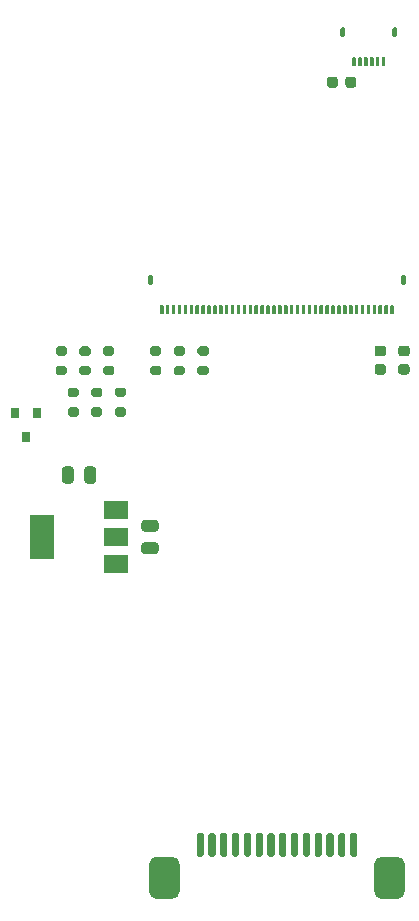
<source format=gbr>
%TF.GenerationSoftware,KiCad,Pcbnew,5.1.10*%
%TF.CreationDate,2021-12-05T17:02:08-05:00*%
%TF.ProjectId,display,64697370-6c61-4792-9e6b-696361645f70,v1.0*%
%TF.SameCoordinates,Original*%
%TF.FileFunction,Paste,Bot*%
%TF.FilePolarity,Positive*%
%FSLAX46Y46*%
G04 Gerber Fmt 4.6, Leading zero omitted, Abs format (unit mm)*
G04 Created by KiCad (PCBNEW 5.1.10) date 2021-12-05 17:02:08*
%MOMM*%
%LPD*%
G01*
G04 APERTURE LIST*
%ADD10R,2.000000X1.500000*%
%ADD11R,2.000000X3.800000*%
%ADD12R,0.800000X0.900000*%
G04 APERTURE END LIST*
%TO.C,C1*%
G36*
G01*
X230500000Y-135600000D02*
X231000000Y-135600000D01*
G75*
G02*
X231225000Y-135825000I0J-225000D01*
G01*
X231225000Y-136275000D01*
G75*
G02*
X231000000Y-136500000I-225000J0D01*
G01*
X230500000Y-136500000D01*
G75*
G02*
X230275000Y-136275000I0J225000D01*
G01*
X230275000Y-135825000D01*
G75*
G02*
X230500000Y-135600000I225000J0D01*
G01*
G37*
G36*
G01*
X230500000Y-134050000D02*
X231000000Y-134050000D01*
G75*
G02*
X231225000Y-134275000I0J-225000D01*
G01*
X231225000Y-134725000D01*
G75*
G02*
X231000000Y-134950000I-225000J0D01*
G01*
X230500000Y-134950000D01*
G75*
G02*
X230275000Y-134725000I0J225000D01*
G01*
X230275000Y-134275000D01*
G75*
G02*
X230500000Y-134050000I225000J0D01*
G01*
G37*
%TD*%
%TO.C,C2*%
G36*
G01*
X228500000Y-135600000D02*
X229000000Y-135600000D01*
G75*
G02*
X229225000Y-135825000I0J-225000D01*
G01*
X229225000Y-136275000D01*
G75*
G02*
X229000000Y-136500000I-225000J0D01*
G01*
X228500000Y-136500000D01*
G75*
G02*
X228275000Y-136275000I0J225000D01*
G01*
X228275000Y-135825000D01*
G75*
G02*
X228500000Y-135600000I225000J0D01*
G01*
G37*
G36*
G01*
X228500000Y-134050000D02*
X229000000Y-134050000D01*
G75*
G02*
X229225000Y-134275000I0J-225000D01*
G01*
X229225000Y-134725000D01*
G75*
G02*
X229000000Y-134950000I-225000J0D01*
G01*
X228500000Y-134950000D01*
G75*
G02*
X228275000Y-134725000I0J225000D01*
G01*
X228275000Y-134275000D01*
G75*
G02*
X228500000Y-134050000I225000J0D01*
G01*
G37*
%TD*%
%TO.C,C3*%
G36*
G01*
X209725000Y-149800000D02*
X208775000Y-149800000D01*
G75*
G02*
X208525000Y-149550000I0J250000D01*
G01*
X208525000Y-149050000D01*
G75*
G02*
X208775000Y-148800000I250000J0D01*
G01*
X209725000Y-148800000D01*
G75*
G02*
X209975000Y-149050000I0J-250000D01*
G01*
X209975000Y-149550000D01*
G75*
G02*
X209725000Y-149800000I-250000J0D01*
G01*
G37*
G36*
G01*
X209725000Y-151700000D02*
X208775000Y-151700000D01*
G75*
G02*
X208525000Y-151450000I0J250000D01*
G01*
X208525000Y-150950000D01*
G75*
G02*
X208775000Y-150700000I250000J0D01*
G01*
X209725000Y-150700000D01*
G75*
G02*
X209975000Y-150950000I0J-250000D01*
G01*
X209975000Y-151450000D01*
G75*
G02*
X209725000Y-151700000I-250000J0D01*
G01*
G37*
%TD*%
%TO.C,C4*%
G36*
G01*
X203700000Y-145475000D02*
X203700000Y-144525000D01*
G75*
G02*
X203950000Y-144275000I250000J0D01*
G01*
X204450000Y-144275000D01*
G75*
G02*
X204700000Y-144525000I0J-250000D01*
G01*
X204700000Y-145475000D01*
G75*
G02*
X204450000Y-145725000I-250000J0D01*
G01*
X203950000Y-145725000D01*
G75*
G02*
X203700000Y-145475000I0J250000D01*
G01*
G37*
G36*
G01*
X201800000Y-145475000D02*
X201800000Y-144525000D01*
G75*
G02*
X202050000Y-144275000I250000J0D01*
G01*
X202550000Y-144275000D01*
G75*
G02*
X202800000Y-144525000I0J-250000D01*
G01*
X202800000Y-145475000D01*
G75*
G02*
X202550000Y-145725000I-250000J0D01*
G01*
X202050000Y-145725000D01*
G75*
G02*
X201800000Y-145475000I0J250000D01*
G01*
G37*
%TD*%
%TO.C,C5*%
G36*
G01*
X225150000Y-111500000D02*
X225150000Y-112000000D01*
G75*
G02*
X224925000Y-112225000I-225000J0D01*
G01*
X224475000Y-112225000D01*
G75*
G02*
X224250000Y-112000000I0J225000D01*
G01*
X224250000Y-111500000D01*
G75*
G02*
X224475000Y-111275000I225000J0D01*
G01*
X224925000Y-111275000D01*
G75*
G02*
X225150000Y-111500000I0J-225000D01*
G01*
G37*
G36*
G01*
X226700000Y-111500000D02*
X226700000Y-112000000D01*
G75*
G02*
X226475000Y-112225000I-225000J0D01*
G01*
X226025000Y-112225000D01*
G75*
G02*
X225800000Y-112000000I0J225000D01*
G01*
X225800000Y-111500000D01*
G75*
G02*
X226025000Y-111275000I225000J0D01*
G01*
X226475000Y-111275000D01*
G75*
G02*
X226700000Y-111500000I0J-225000D01*
G01*
G37*
%TD*%
%TO.C,J1*%
G36*
G01*
X226805000Y-175452500D02*
X226805000Y-177147500D01*
G75*
G02*
X226652500Y-177300000I-152500J0D01*
G01*
X226347500Y-177300000D01*
G75*
G02*
X226195000Y-177147500I0J152500D01*
G01*
X226195000Y-175452500D01*
G75*
G02*
X226347500Y-175300000I152500J0D01*
G01*
X226652500Y-175300000D01*
G75*
G02*
X226805000Y-175452500I0J-152500D01*
G01*
G37*
G36*
G01*
X225805000Y-175452500D02*
X225805000Y-177147500D01*
G75*
G02*
X225652500Y-177300000I-152500J0D01*
G01*
X225347500Y-177300000D01*
G75*
G02*
X225195000Y-177147500I0J152500D01*
G01*
X225195000Y-175452500D01*
G75*
G02*
X225347500Y-175300000I152500J0D01*
G01*
X225652500Y-175300000D01*
G75*
G02*
X225805000Y-175452500I0J-152500D01*
G01*
G37*
G36*
G01*
X224805000Y-175452500D02*
X224805000Y-177147500D01*
G75*
G02*
X224652500Y-177300000I-152500J0D01*
G01*
X224347500Y-177300000D01*
G75*
G02*
X224195000Y-177147500I0J152500D01*
G01*
X224195000Y-175452500D01*
G75*
G02*
X224347500Y-175300000I152500J0D01*
G01*
X224652500Y-175300000D01*
G75*
G02*
X224805000Y-175452500I0J-152500D01*
G01*
G37*
G36*
G01*
X223805000Y-175452500D02*
X223805000Y-177147500D01*
G75*
G02*
X223652500Y-177300000I-152500J0D01*
G01*
X223347500Y-177300000D01*
G75*
G02*
X223195000Y-177147500I0J152500D01*
G01*
X223195000Y-175452500D01*
G75*
G02*
X223347500Y-175300000I152500J0D01*
G01*
X223652500Y-175300000D01*
G75*
G02*
X223805000Y-175452500I0J-152500D01*
G01*
G37*
G36*
G01*
X222805000Y-175452500D02*
X222805000Y-177147500D01*
G75*
G02*
X222652500Y-177300000I-152500J0D01*
G01*
X222347500Y-177300000D01*
G75*
G02*
X222195000Y-177147500I0J152500D01*
G01*
X222195000Y-175452500D01*
G75*
G02*
X222347500Y-175300000I152500J0D01*
G01*
X222652500Y-175300000D01*
G75*
G02*
X222805000Y-175452500I0J-152500D01*
G01*
G37*
G36*
G01*
X221805000Y-175452500D02*
X221805000Y-177147500D01*
G75*
G02*
X221652500Y-177300000I-152500J0D01*
G01*
X221347500Y-177300000D01*
G75*
G02*
X221195000Y-177147500I0J152500D01*
G01*
X221195000Y-175452500D01*
G75*
G02*
X221347500Y-175300000I152500J0D01*
G01*
X221652500Y-175300000D01*
G75*
G02*
X221805000Y-175452500I0J-152500D01*
G01*
G37*
G36*
G01*
X220805000Y-175452500D02*
X220805000Y-177147500D01*
G75*
G02*
X220652500Y-177300000I-152500J0D01*
G01*
X220347500Y-177300000D01*
G75*
G02*
X220195000Y-177147500I0J152500D01*
G01*
X220195000Y-175452500D01*
G75*
G02*
X220347500Y-175300000I152500J0D01*
G01*
X220652500Y-175300000D01*
G75*
G02*
X220805000Y-175452500I0J-152500D01*
G01*
G37*
G36*
G01*
X230830000Y-177950000D02*
X230830000Y-180250000D01*
G75*
G02*
X230180000Y-180900000I-650000J0D01*
G01*
X228880000Y-180900000D01*
G75*
G02*
X228230000Y-180250000I0J650000D01*
G01*
X228230000Y-177950000D01*
G75*
G02*
X228880000Y-177300000I650000J0D01*
G01*
X230180000Y-177300000D01*
G75*
G02*
X230830000Y-177950000I0J-650000D01*
G01*
G37*
G36*
G01*
X219805000Y-175452500D02*
X219805000Y-177147500D01*
G75*
G02*
X219652500Y-177300000I-152500J0D01*
G01*
X219347500Y-177300000D01*
G75*
G02*
X219195000Y-177147500I0J152500D01*
G01*
X219195000Y-175452500D01*
G75*
G02*
X219347500Y-175300000I152500J0D01*
G01*
X219652500Y-175300000D01*
G75*
G02*
X219805000Y-175452500I0J-152500D01*
G01*
G37*
G36*
G01*
X218805000Y-175452500D02*
X218805000Y-177147500D01*
G75*
G02*
X218652500Y-177300000I-152500J0D01*
G01*
X218347500Y-177300000D01*
G75*
G02*
X218195000Y-177147500I0J152500D01*
G01*
X218195000Y-175452500D01*
G75*
G02*
X218347500Y-175300000I152500J0D01*
G01*
X218652500Y-175300000D01*
G75*
G02*
X218805000Y-175452500I0J-152500D01*
G01*
G37*
G36*
G01*
X217805000Y-175452500D02*
X217805000Y-177147500D01*
G75*
G02*
X217652500Y-177300000I-152500J0D01*
G01*
X217347500Y-177300000D01*
G75*
G02*
X217195000Y-177147500I0J152500D01*
G01*
X217195000Y-175452500D01*
G75*
G02*
X217347500Y-175300000I152500J0D01*
G01*
X217652500Y-175300000D01*
G75*
G02*
X217805000Y-175452500I0J-152500D01*
G01*
G37*
G36*
G01*
X216805000Y-175452500D02*
X216805000Y-177147500D01*
G75*
G02*
X216652500Y-177300000I-152500J0D01*
G01*
X216347500Y-177300000D01*
G75*
G02*
X216195000Y-177147500I0J152500D01*
G01*
X216195000Y-175452500D01*
G75*
G02*
X216347500Y-175300000I152500J0D01*
G01*
X216652500Y-175300000D01*
G75*
G02*
X216805000Y-175452500I0J-152500D01*
G01*
G37*
G36*
G01*
X215805000Y-175452500D02*
X215805000Y-177147500D01*
G75*
G02*
X215652500Y-177300000I-152500J0D01*
G01*
X215347500Y-177300000D01*
G75*
G02*
X215195000Y-177147500I0J152500D01*
G01*
X215195000Y-175452500D01*
G75*
G02*
X215347500Y-175300000I152500J0D01*
G01*
X215652500Y-175300000D01*
G75*
G02*
X215805000Y-175452500I0J-152500D01*
G01*
G37*
G36*
G01*
X214805000Y-175452500D02*
X214805000Y-177147500D01*
G75*
G02*
X214652500Y-177300000I-152500J0D01*
G01*
X214347500Y-177300000D01*
G75*
G02*
X214195000Y-177147500I0J152500D01*
G01*
X214195000Y-175452500D01*
G75*
G02*
X214347500Y-175300000I152500J0D01*
G01*
X214652500Y-175300000D01*
G75*
G02*
X214805000Y-175452500I0J-152500D01*
G01*
G37*
G36*
G01*
X213805000Y-175452500D02*
X213805000Y-177147500D01*
G75*
G02*
X213652500Y-177300000I-152500J0D01*
G01*
X213347500Y-177300000D01*
G75*
G02*
X213195000Y-177147500I0J152500D01*
G01*
X213195000Y-175452500D01*
G75*
G02*
X213347500Y-175300000I152500J0D01*
G01*
X213652500Y-175300000D01*
G75*
G02*
X213805000Y-175452500I0J-152500D01*
G01*
G37*
G36*
G01*
X211770000Y-177950000D02*
X211770000Y-180250000D01*
G75*
G02*
X211120000Y-180900000I-650000J0D01*
G01*
X209820000Y-180900000D01*
G75*
G02*
X209170000Y-180250000I0J650000D01*
G01*
X209170000Y-177950000D01*
G75*
G02*
X209820000Y-177300000I650000J0D01*
G01*
X211120000Y-177300000D01*
G75*
G02*
X211770000Y-177950000I0J-650000D01*
G01*
G37*
%TD*%
%TO.C,J2*%
G36*
G01*
X230500000Y-128800000D02*
X230500000Y-128200000D01*
G75*
G02*
X230600000Y-128100000I100000J0D01*
G01*
X230800000Y-128100000D01*
G75*
G02*
X230900000Y-128200000I0J-100000D01*
G01*
X230900000Y-128800000D01*
G75*
G02*
X230800000Y-128900000I-100000J0D01*
G01*
X230600000Y-128900000D01*
G75*
G02*
X230500000Y-128800000I0J100000D01*
G01*
G37*
G36*
G01*
X209100000Y-128800000D02*
X209100000Y-128200000D01*
G75*
G02*
X209200000Y-128100000I100000J0D01*
G01*
X209400000Y-128100000D01*
G75*
G02*
X209500000Y-128200000I0J-100000D01*
G01*
X209500000Y-128800000D01*
G75*
G02*
X209400000Y-128900000I-100000J0D01*
G01*
X209200000Y-128900000D01*
G75*
G02*
X209100000Y-128800000I0J100000D01*
G01*
G37*
G36*
G01*
X229600000Y-131325000D02*
X229600000Y-130675000D01*
G75*
G02*
X229675000Y-130600000I75000J0D01*
G01*
X229825000Y-130600000D01*
G75*
G02*
X229900000Y-130675000I0J-75000D01*
G01*
X229900000Y-131325000D01*
G75*
G02*
X229825000Y-131400000I-75000J0D01*
G01*
X229675000Y-131400000D01*
G75*
G02*
X229600000Y-131325000I0J75000D01*
G01*
G37*
G36*
G01*
X229100000Y-131325000D02*
X229100000Y-130675000D01*
G75*
G02*
X229175000Y-130600000I75000J0D01*
G01*
X229325000Y-130600000D01*
G75*
G02*
X229400000Y-130675000I0J-75000D01*
G01*
X229400000Y-131325000D01*
G75*
G02*
X229325000Y-131400000I-75000J0D01*
G01*
X229175000Y-131400000D01*
G75*
G02*
X229100000Y-131325000I0J75000D01*
G01*
G37*
G36*
G01*
X228600000Y-131325000D02*
X228600000Y-130675000D01*
G75*
G02*
X228675000Y-130600000I75000J0D01*
G01*
X228825000Y-130600000D01*
G75*
G02*
X228900000Y-130675000I0J-75000D01*
G01*
X228900000Y-131325000D01*
G75*
G02*
X228825000Y-131400000I-75000J0D01*
G01*
X228675000Y-131400000D01*
G75*
G02*
X228600000Y-131325000I0J75000D01*
G01*
G37*
G36*
G01*
X228100000Y-131325000D02*
X228100000Y-130675000D01*
G75*
G02*
X228175000Y-130600000I75000J0D01*
G01*
X228325000Y-130600000D01*
G75*
G02*
X228400000Y-130675000I0J-75000D01*
G01*
X228400000Y-131325000D01*
G75*
G02*
X228325000Y-131400000I-75000J0D01*
G01*
X228175000Y-131400000D01*
G75*
G02*
X228100000Y-131325000I0J75000D01*
G01*
G37*
G36*
G01*
X227600000Y-131325000D02*
X227600000Y-130675000D01*
G75*
G02*
X227675000Y-130600000I75000J0D01*
G01*
X227825000Y-130600000D01*
G75*
G02*
X227900000Y-130675000I0J-75000D01*
G01*
X227900000Y-131325000D01*
G75*
G02*
X227825000Y-131400000I-75000J0D01*
G01*
X227675000Y-131400000D01*
G75*
G02*
X227600000Y-131325000I0J75000D01*
G01*
G37*
G36*
G01*
X227100000Y-131325000D02*
X227100000Y-130675000D01*
G75*
G02*
X227175000Y-130600000I75000J0D01*
G01*
X227325000Y-130600000D01*
G75*
G02*
X227400000Y-130675000I0J-75000D01*
G01*
X227400000Y-131325000D01*
G75*
G02*
X227325000Y-131400000I-75000J0D01*
G01*
X227175000Y-131400000D01*
G75*
G02*
X227100000Y-131325000I0J75000D01*
G01*
G37*
G36*
G01*
X226600000Y-131325000D02*
X226600000Y-130675000D01*
G75*
G02*
X226675000Y-130600000I75000J0D01*
G01*
X226825000Y-130600000D01*
G75*
G02*
X226900000Y-130675000I0J-75000D01*
G01*
X226900000Y-131325000D01*
G75*
G02*
X226825000Y-131400000I-75000J0D01*
G01*
X226675000Y-131400000D01*
G75*
G02*
X226600000Y-131325000I0J75000D01*
G01*
G37*
G36*
G01*
X226100000Y-131325000D02*
X226100000Y-130675000D01*
G75*
G02*
X226175000Y-130600000I75000J0D01*
G01*
X226325000Y-130600000D01*
G75*
G02*
X226400000Y-130675000I0J-75000D01*
G01*
X226400000Y-131325000D01*
G75*
G02*
X226325000Y-131400000I-75000J0D01*
G01*
X226175000Y-131400000D01*
G75*
G02*
X226100000Y-131325000I0J75000D01*
G01*
G37*
G36*
G01*
X225600000Y-131325000D02*
X225600000Y-130675000D01*
G75*
G02*
X225675000Y-130600000I75000J0D01*
G01*
X225825000Y-130600000D01*
G75*
G02*
X225900000Y-130675000I0J-75000D01*
G01*
X225900000Y-131325000D01*
G75*
G02*
X225825000Y-131400000I-75000J0D01*
G01*
X225675000Y-131400000D01*
G75*
G02*
X225600000Y-131325000I0J75000D01*
G01*
G37*
G36*
G01*
X225100000Y-131325000D02*
X225100000Y-130675000D01*
G75*
G02*
X225175000Y-130600000I75000J0D01*
G01*
X225325000Y-130600000D01*
G75*
G02*
X225400000Y-130675000I0J-75000D01*
G01*
X225400000Y-131325000D01*
G75*
G02*
X225325000Y-131400000I-75000J0D01*
G01*
X225175000Y-131400000D01*
G75*
G02*
X225100000Y-131325000I0J75000D01*
G01*
G37*
G36*
G01*
X224600000Y-131325000D02*
X224600000Y-130675000D01*
G75*
G02*
X224675000Y-130600000I75000J0D01*
G01*
X224825000Y-130600000D01*
G75*
G02*
X224900000Y-130675000I0J-75000D01*
G01*
X224900000Y-131325000D01*
G75*
G02*
X224825000Y-131400000I-75000J0D01*
G01*
X224675000Y-131400000D01*
G75*
G02*
X224600000Y-131325000I0J75000D01*
G01*
G37*
G36*
G01*
X224100000Y-131325000D02*
X224100000Y-130675000D01*
G75*
G02*
X224175000Y-130600000I75000J0D01*
G01*
X224325000Y-130600000D01*
G75*
G02*
X224400000Y-130675000I0J-75000D01*
G01*
X224400000Y-131325000D01*
G75*
G02*
X224325000Y-131400000I-75000J0D01*
G01*
X224175000Y-131400000D01*
G75*
G02*
X224100000Y-131325000I0J75000D01*
G01*
G37*
G36*
G01*
X223600000Y-131325000D02*
X223600000Y-130675000D01*
G75*
G02*
X223675000Y-130600000I75000J0D01*
G01*
X223825000Y-130600000D01*
G75*
G02*
X223900000Y-130675000I0J-75000D01*
G01*
X223900000Y-131325000D01*
G75*
G02*
X223825000Y-131400000I-75000J0D01*
G01*
X223675000Y-131400000D01*
G75*
G02*
X223600000Y-131325000I0J75000D01*
G01*
G37*
G36*
G01*
X223100000Y-131325000D02*
X223100000Y-130675000D01*
G75*
G02*
X223175000Y-130600000I75000J0D01*
G01*
X223325000Y-130600000D01*
G75*
G02*
X223400000Y-130675000I0J-75000D01*
G01*
X223400000Y-131325000D01*
G75*
G02*
X223325000Y-131400000I-75000J0D01*
G01*
X223175000Y-131400000D01*
G75*
G02*
X223100000Y-131325000I0J75000D01*
G01*
G37*
G36*
G01*
X222600000Y-131325000D02*
X222600000Y-130675000D01*
G75*
G02*
X222675000Y-130600000I75000J0D01*
G01*
X222825000Y-130600000D01*
G75*
G02*
X222900000Y-130675000I0J-75000D01*
G01*
X222900000Y-131325000D01*
G75*
G02*
X222825000Y-131400000I-75000J0D01*
G01*
X222675000Y-131400000D01*
G75*
G02*
X222600000Y-131325000I0J75000D01*
G01*
G37*
G36*
G01*
X222100000Y-131325000D02*
X222100000Y-130675000D01*
G75*
G02*
X222175000Y-130600000I75000J0D01*
G01*
X222325000Y-130600000D01*
G75*
G02*
X222400000Y-130675000I0J-75000D01*
G01*
X222400000Y-131325000D01*
G75*
G02*
X222325000Y-131400000I-75000J0D01*
G01*
X222175000Y-131400000D01*
G75*
G02*
X222100000Y-131325000I0J75000D01*
G01*
G37*
G36*
G01*
X221600000Y-131325000D02*
X221600000Y-130675000D01*
G75*
G02*
X221675000Y-130600000I75000J0D01*
G01*
X221825000Y-130600000D01*
G75*
G02*
X221900000Y-130675000I0J-75000D01*
G01*
X221900000Y-131325000D01*
G75*
G02*
X221825000Y-131400000I-75000J0D01*
G01*
X221675000Y-131400000D01*
G75*
G02*
X221600000Y-131325000I0J75000D01*
G01*
G37*
G36*
G01*
X221100000Y-131325000D02*
X221100000Y-130675000D01*
G75*
G02*
X221175000Y-130600000I75000J0D01*
G01*
X221325000Y-130600000D01*
G75*
G02*
X221400000Y-130675000I0J-75000D01*
G01*
X221400000Y-131325000D01*
G75*
G02*
X221325000Y-131400000I-75000J0D01*
G01*
X221175000Y-131400000D01*
G75*
G02*
X221100000Y-131325000I0J75000D01*
G01*
G37*
G36*
G01*
X220600000Y-131325000D02*
X220600000Y-130675000D01*
G75*
G02*
X220675000Y-130600000I75000J0D01*
G01*
X220825000Y-130600000D01*
G75*
G02*
X220900000Y-130675000I0J-75000D01*
G01*
X220900000Y-131325000D01*
G75*
G02*
X220825000Y-131400000I-75000J0D01*
G01*
X220675000Y-131400000D01*
G75*
G02*
X220600000Y-131325000I0J75000D01*
G01*
G37*
G36*
G01*
X220100000Y-131325000D02*
X220100000Y-130675000D01*
G75*
G02*
X220175000Y-130600000I75000J0D01*
G01*
X220325000Y-130600000D01*
G75*
G02*
X220400000Y-130675000I0J-75000D01*
G01*
X220400000Y-131325000D01*
G75*
G02*
X220325000Y-131400000I-75000J0D01*
G01*
X220175000Y-131400000D01*
G75*
G02*
X220100000Y-131325000I0J75000D01*
G01*
G37*
G36*
G01*
X219600000Y-131325000D02*
X219600000Y-130675000D01*
G75*
G02*
X219675000Y-130600000I75000J0D01*
G01*
X219825000Y-130600000D01*
G75*
G02*
X219900000Y-130675000I0J-75000D01*
G01*
X219900000Y-131325000D01*
G75*
G02*
X219825000Y-131400000I-75000J0D01*
G01*
X219675000Y-131400000D01*
G75*
G02*
X219600000Y-131325000I0J75000D01*
G01*
G37*
G36*
G01*
X219100000Y-131325000D02*
X219100000Y-130675000D01*
G75*
G02*
X219175000Y-130600000I75000J0D01*
G01*
X219325000Y-130600000D01*
G75*
G02*
X219400000Y-130675000I0J-75000D01*
G01*
X219400000Y-131325000D01*
G75*
G02*
X219325000Y-131400000I-75000J0D01*
G01*
X219175000Y-131400000D01*
G75*
G02*
X219100000Y-131325000I0J75000D01*
G01*
G37*
G36*
G01*
X218600000Y-131325000D02*
X218600000Y-130675000D01*
G75*
G02*
X218675000Y-130600000I75000J0D01*
G01*
X218825000Y-130600000D01*
G75*
G02*
X218900000Y-130675000I0J-75000D01*
G01*
X218900000Y-131325000D01*
G75*
G02*
X218825000Y-131400000I-75000J0D01*
G01*
X218675000Y-131400000D01*
G75*
G02*
X218600000Y-131325000I0J75000D01*
G01*
G37*
G36*
G01*
X218100000Y-131325000D02*
X218100000Y-130675000D01*
G75*
G02*
X218175000Y-130600000I75000J0D01*
G01*
X218325000Y-130600000D01*
G75*
G02*
X218400000Y-130675000I0J-75000D01*
G01*
X218400000Y-131325000D01*
G75*
G02*
X218325000Y-131400000I-75000J0D01*
G01*
X218175000Y-131400000D01*
G75*
G02*
X218100000Y-131325000I0J75000D01*
G01*
G37*
G36*
G01*
X217600000Y-131325000D02*
X217600000Y-130675000D01*
G75*
G02*
X217675000Y-130600000I75000J0D01*
G01*
X217825000Y-130600000D01*
G75*
G02*
X217900000Y-130675000I0J-75000D01*
G01*
X217900000Y-131325000D01*
G75*
G02*
X217825000Y-131400000I-75000J0D01*
G01*
X217675000Y-131400000D01*
G75*
G02*
X217600000Y-131325000I0J75000D01*
G01*
G37*
G36*
G01*
X217100000Y-131325000D02*
X217100000Y-130675000D01*
G75*
G02*
X217175000Y-130600000I75000J0D01*
G01*
X217325000Y-130600000D01*
G75*
G02*
X217400000Y-130675000I0J-75000D01*
G01*
X217400000Y-131325000D01*
G75*
G02*
X217325000Y-131400000I-75000J0D01*
G01*
X217175000Y-131400000D01*
G75*
G02*
X217100000Y-131325000I0J75000D01*
G01*
G37*
G36*
G01*
X216600000Y-131325000D02*
X216600000Y-130675000D01*
G75*
G02*
X216675000Y-130600000I75000J0D01*
G01*
X216825000Y-130600000D01*
G75*
G02*
X216900000Y-130675000I0J-75000D01*
G01*
X216900000Y-131325000D01*
G75*
G02*
X216825000Y-131400000I-75000J0D01*
G01*
X216675000Y-131400000D01*
G75*
G02*
X216600000Y-131325000I0J75000D01*
G01*
G37*
G36*
G01*
X216100000Y-131325000D02*
X216100000Y-130675000D01*
G75*
G02*
X216175000Y-130600000I75000J0D01*
G01*
X216325000Y-130600000D01*
G75*
G02*
X216400000Y-130675000I0J-75000D01*
G01*
X216400000Y-131325000D01*
G75*
G02*
X216325000Y-131400000I-75000J0D01*
G01*
X216175000Y-131400000D01*
G75*
G02*
X216100000Y-131325000I0J75000D01*
G01*
G37*
G36*
G01*
X215600000Y-131325000D02*
X215600000Y-130675000D01*
G75*
G02*
X215675000Y-130600000I75000J0D01*
G01*
X215825000Y-130600000D01*
G75*
G02*
X215900000Y-130675000I0J-75000D01*
G01*
X215900000Y-131325000D01*
G75*
G02*
X215825000Y-131400000I-75000J0D01*
G01*
X215675000Y-131400000D01*
G75*
G02*
X215600000Y-131325000I0J75000D01*
G01*
G37*
G36*
G01*
X215100000Y-131325000D02*
X215100000Y-130675000D01*
G75*
G02*
X215175000Y-130600000I75000J0D01*
G01*
X215325000Y-130600000D01*
G75*
G02*
X215400000Y-130675000I0J-75000D01*
G01*
X215400000Y-131325000D01*
G75*
G02*
X215325000Y-131400000I-75000J0D01*
G01*
X215175000Y-131400000D01*
G75*
G02*
X215100000Y-131325000I0J75000D01*
G01*
G37*
G36*
G01*
X214600000Y-131325000D02*
X214600000Y-130675000D01*
G75*
G02*
X214675000Y-130600000I75000J0D01*
G01*
X214825000Y-130600000D01*
G75*
G02*
X214900000Y-130675000I0J-75000D01*
G01*
X214900000Y-131325000D01*
G75*
G02*
X214825000Y-131400000I-75000J0D01*
G01*
X214675000Y-131400000D01*
G75*
G02*
X214600000Y-131325000I0J75000D01*
G01*
G37*
G36*
G01*
X214100000Y-131325000D02*
X214100000Y-130675000D01*
G75*
G02*
X214175000Y-130600000I75000J0D01*
G01*
X214325000Y-130600000D01*
G75*
G02*
X214400000Y-130675000I0J-75000D01*
G01*
X214400000Y-131325000D01*
G75*
G02*
X214325000Y-131400000I-75000J0D01*
G01*
X214175000Y-131400000D01*
G75*
G02*
X214100000Y-131325000I0J75000D01*
G01*
G37*
G36*
G01*
X213600000Y-131325000D02*
X213600000Y-130675000D01*
G75*
G02*
X213675000Y-130600000I75000J0D01*
G01*
X213825000Y-130600000D01*
G75*
G02*
X213900000Y-130675000I0J-75000D01*
G01*
X213900000Y-131325000D01*
G75*
G02*
X213825000Y-131400000I-75000J0D01*
G01*
X213675000Y-131400000D01*
G75*
G02*
X213600000Y-131325000I0J75000D01*
G01*
G37*
G36*
G01*
X213100000Y-131325000D02*
X213100000Y-130675000D01*
G75*
G02*
X213175000Y-130600000I75000J0D01*
G01*
X213325000Y-130600000D01*
G75*
G02*
X213400000Y-130675000I0J-75000D01*
G01*
X213400000Y-131325000D01*
G75*
G02*
X213325000Y-131400000I-75000J0D01*
G01*
X213175000Y-131400000D01*
G75*
G02*
X213100000Y-131325000I0J75000D01*
G01*
G37*
G36*
G01*
X212600000Y-131325000D02*
X212600000Y-130675000D01*
G75*
G02*
X212675000Y-130600000I75000J0D01*
G01*
X212825000Y-130600000D01*
G75*
G02*
X212900000Y-130675000I0J-75000D01*
G01*
X212900000Y-131325000D01*
G75*
G02*
X212825000Y-131400000I-75000J0D01*
G01*
X212675000Y-131400000D01*
G75*
G02*
X212600000Y-131325000I0J75000D01*
G01*
G37*
G36*
G01*
X212100000Y-131325000D02*
X212100000Y-130675000D01*
G75*
G02*
X212175000Y-130600000I75000J0D01*
G01*
X212325000Y-130600000D01*
G75*
G02*
X212400000Y-130675000I0J-75000D01*
G01*
X212400000Y-131325000D01*
G75*
G02*
X212325000Y-131400000I-75000J0D01*
G01*
X212175000Y-131400000D01*
G75*
G02*
X212100000Y-131325000I0J75000D01*
G01*
G37*
G36*
G01*
X211600000Y-131325000D02*
X211600000Y-130675000D01*
G75*
G02*
X211675000Y-130600000I75000J0D01*
G01*
X211825000Y-130600000D01*
G75*
G02*
X211900000Y-130675000I0J-75000D01*
G01*
X211900000Y-131325000D01*
G75*
G02*
X211825000Y-131400000I-75000J0D01*
G01*
X211675000Y-131400000D01*
G75*
G02*
X211600000Y-131325000I0J75000D01*
G01*
G37*
G36*
G01*
X211100000Y-131325000D02*
X211100000Y-130675000D01*
G75*
G02*
X211175000Y-130600000I75000J0D01*
G01*
X211325000Y-130600000D01*
G75*
G02*
X211400000Y-130675000I0J-75000D01*
G01*
X211400000Y-131325000D01*
G75*
G02*
X211325000Y-131400000I-75000J0D01*
G01*
X211175000Y-131400000D01*
G75*
G02*
X211100000Y-131325000I0J75000D01*
G01*
G37*
G36*
G01*
X210600000Y-131325000D02*
X210600000Y-130675000D01*
G75*
G02*
X210675000Y-130600000I75000J0D01*
G01*
X210825000Y-130600000D01*
G75*
G02*
X210900000Y-130675000I0J-75000D01*
G01*
X210900000Y-131325000D01*
G75*
G02*
X210825000Y-131400000I-75000J0D01*
G01*
X210675000Y-131400000D01*
G75*
G02*
X210600000Y-131325000I0J75000D01*
G01*
G37*
G36*
G01*
X210100000Y-131325000D02*
X210100000Y-130675000D01*
G75*
G02*
X210175000Y-130600000I75000J0D01*
G01*
X210325000Y-130600000D01*
G75*
G02*
X210400000Y-130675000I0J-75000D01*
G01*
X210400000Y-131325000D01*
G75*
G02*
X210325000Y-131400000I-75000J0D01*
G01*
X210175000Y-131400000D01*
G75*
G02*
X210100000Y-131325000I0J75000D01*
G01*
G37*
%TD*%
%TO.C,R1*%
G36*
G01*
X213475000Y-135750000D02*
X214025000Y-135750000D01*
G75*
G02*
X214225000Y-135950000I0J-200000D01*
G01*
X214225000Y-136350000D01*
G75*
G02*
X214025000Y-136550000I-200000J0D01*
G01*
X213475000Y-136550000D01*
G75*
G02*
X213275000Y-136350000I0J200000D01*
G01*
X213275000Y-135950000D01*
G75*
G02*
X213475000Y-135750000I200000J0D01*
G01*
G37*
G36*
G01*
X213475000Y-134100000D02*
X214025000Y-134100000D01*
G75*
G02*
X214225000Y-134300000I0J-200000D01*
G01*
X214225000Y-134700000D01*
G75*
G02*
X214025000Y-134900000I-200000J0D01*
G01*
X213475000Y-134900000D01*
G75*
G02*
X213275000Y-134700000I0J200000D01*
G01*
X213275000Y-134300000D01*
G75*
G02*
X213475000Y-134100000I200000J0D01*
G01*
G37*
%TD*%
%TO.C,R2*%
G36*
G01*
X211475000Y-135750000D02*
X212025000Y-135750000D01*
G75*
G02*
X212225000Y-135950000I0J-200000D01*
G01*
X212225000Y-136350000D01*
G75*
G02*
X212025000Y-136550000I-200000J0D01*
G01*
X211475000Y-136550000D01*
G75*
G02*
X211275000Y-136350000I0J200000D01*
G01*
X211275000Y-135950000D01*
G75*
G02*
X211475000Y-135750000I200000J0D01*
G01*
G37*
G36*
G01*
X211475000Y-134100000D02*
X212025000Y-134100000D01*
G75*
G02*
X212225000Y-134300000I0J-200000D01*
G01*
X212225000Y-134700000D01*
G75*
G02*
X212025000Y-134900000I-200000J0D01*
G01*
X211475000Y-134900000D01*
G75*
G02*
X211275000Y-134700000I0J200000D01*
G01*
X211275000Y-134300000D01*
G75*
G02*
X211475000Y-134100000I200000J0D01*
G01*
G37*
%TD*%
%TO.C,R3*%
G36*
G01*
X207025000Y-138400000D02*
X206475000Y-138400000D01*
G75*
G02*
X206275000Y-138200000I0J200000D01*
G01*
X206275000Y-137800000D01*
G75*
G02*
X206475000Y-137600000I200000J0D01*
G01*
X207025000Y-137600000D01*
G75*
G02*
X207225000Y-137800000I0J-200000D01*
G01*
X207225000Y-138200000D01*
G75*
G02*
X207025000Y-138400000I-200000J0D01*
G01*
G37*
G36*
G01*
X207025000Y-140050000D02*
X206475000Y-140050000D01*
G75*
G02*
X206275000Y-139850000I0J200000D01*
G01*
X206275000Y-139450000D01*
G75*
G02*
X206475000Y-139250000I200000J0D01*
G01*
X207025000Y-139250000D01*
G75*
G02*
X207225000Y-139450000I0J-200000D01*
G01*
X207225000Y-139850000D01*
G75*
G02*
X207025000Y-140050000I-200000J0D01*
G01*
G37*
%TD*%
%TO.C,R4*%
G36*
G01*
X205025000Y-138400000D02*
X204475000Y-138400000D01*
G75*
G02*
X204275000Y-138200000I0J200000D01*
G01*
X204275000Y-137800000D01*
G75*
G02*
X204475000Y-137600000I200000J0D01*
G01*
X205025000Y-137600000D01*
G75*
G02*
X205225000Y-137800000I0J-200000D01*
G01*
X205225000Y-138200000D01*
G75*
G02*
X205025000Y-138400000I-200000J0D01*
G01*
G37*
G36*
G01*
X205025000Y-140050000D02*
X204475000Y-140050000D01*
G75*
G02*
X204275000Y-139850000I0J200000D01*
G01*
X204275000Y-139450000D01*
G75*
G02*
X204475000Y-139250000I200000J0D01*
G01*
X205025000Y-139250000D01*
G75*
G02*
X205225000Y-139450000I0J-200000D01*
G01*
X205225000Y-139850000D01*
G75*
G02*
X205025000Y-140050000I-200000J0D01*
G01*
G37*
%TD*%
%TO.C,R5*%
G36*
G01*
X203025000Y-138400000D02*
X202475000Y-138400000D01*
G75*
G02*
X202275000Y-138200000I0J200000D01*
G01*
X202275000Y-137800000D01*
G75*
G02*
X202475000Y-137600000I200000J0D01*
G01*
X203025000Y-137600000D01*
G75*
G02*
X203225000Y-137800000I0J-200000D01*
G01*
X203225000Y-138200000D01*
G75*
G02*
X203025000Y-138400000I-200000J0D01*
G01*
G37*
G36*
G01*
X203025000Y-140050000D02*
X202475000Y-140050000D01*
G75*
G02*
X202275000Y-139850000I0J200000D01*
G01*
X202275000Y-139450000D01*
G75*
G02*
X202475000Y-139250000I200000J0D01*
G01*
X203025000Y-139250000D01*
G75*
G02*
X203225000Y-139450000I0J-200000D01*
G01*
X203225000Y-139850000D01*
G75*
G02*
X203025000Y-140050000I-200000J0D01*
G01*
G37*
%TD*%
%TO.C,R6*%
G36*
G01*
X209475000Y-135750000D02*
X210025000Y-135750000D01*
G75*
G02*
X210225000Y-135950000I0J-200000D01*
G01*
X210225000Y-136350000D01*
G75*
G02*
X210025000Y-136550000I-200000J0D01*
G01*
X209475000Y-136550000D01*
G75*
G02*
X209275000Y-136350000I0J200000D01*
G01*
X209275000Y-135950000D01*
G75*
G02*
X209475000Y-135750000I200000J0D01*
G01*
G37*
G36*
G01*
X209475000Y-134100000D02*
X210025000Y-134100000D01*
G75*
G02*
X210225000Y-134300000I0J-200000D01*
G01*
X210225000Y-134700000D01*
G75*
G02*
X210025000Y-134900000I-200000J0D01*
G01*
X209475000Y-134900000D01*
G75*
G02*
X209275000Y-134700000I0J200000D01*
G01*
X209275000Y-134300000D01*
G75*
G02*
X209475000Y-134100000I200000J0D01*
G01*
G37*
%TD*%
%TO.C,R7*%
G36*
G01*
X205475000Y-135750000D02*
X206025000Y-135750000D01*
G75*
G02*
X206225000Y-135950000I0J-200000D01*
G01*
X206225000Y-136350000D01*
G75*
G02*
X206025000Y-136550000I-200000J0D01*
G01*
X205475000Y-136550000D01*
G75*
G02*
X205275000Y-136350000I0J200000D01*
G01*
X205275000Y-135950000D01*
G75*
G02*
X205475000Y-135750000I200000J0D01*
G01*
G37*
G36*
G01*
X205475000Y-134100000D02*
X206025000Y-134100000D01*
G75*
G02*
X206225000Y-134300000I0J-200000D01*
G01*
X206225000Y-134700000D01*
G75*
G02*
X206025000Y-134900000I-200000J0D01*
G01*
X205475000Y-134900000D01*
G75*
G02*
X205275000Y-134700000I0J200000D01*
G01*
X205275000Y-134300000D01*
G75*
G02*
X205475000Y-134100000I200000J0D01*
G01*
G37*
%TD*%
%TO.C,R8*%
G36*
G01*
X203475000Y-135750000D02*
X204025000Y-135750000D01*
G75*
G02*
X204225000Y-135950000I0J-200000D01*
G01*
X204225000Y-136350000D01*
G75*
G02*
X204025000Y-136550000I-200000J0D01*
G01*
X203475000Y-136550000D01*
G75*
G02*
X203275000Y-136350000I0J200000D01*
G01*
X203275000Y-135950000D01*
G75*
G02*
X203475000Y-135750000I200000J0D01*
G01*
G37*
G36*
G01*
X203475000Y-134100000D02*
X204025000Y-134100000D01*
G75*
G02*
X204225000Y-134300000I0J-200000D01*
G01*
X204225000Y-134700000D01*
G75*
G02*
X204025000Y-134900000I-200000J0D01*
G01*
X203475000Y-134900000D01*
G75*
G02*
X203275000Y-134700000I0J200000D01*
G01*
X203275000Y-134300000D01*
G75*
G02*
X203475000Y-134100000I200000J0D01*
G01*
G37*
%TD*%
%TO.C,R9*%
G36*
G01*
X201475000Y-135750000D02*
X202025000Y-135750000D01*
G75*
G02*
X202225000Y-135950000I0J-200000D01*
G01*
X202225000Y-136350000D01*
G75*
G02*
X202025000Y-136550000I-200000J0D01*
G01*
X201475000Y-136550000D01*
G75*
G02*
X201275000Y-136350000I0J200000D01*
G01*
X201275000Y-135950000D01*
G75*
G02*
X201475000Y-135750000I200000J0D01*
G01*
G37*
G36*
G01*
X201475000Y-134100000D02*
X202025000Y-134100000D01*
G75*
G02*
X202225000Y-134300000I0J-200000D01*
G01*
X202225000Y-134700000D01*
G75*
G02*
X202025000Y-134900000I-200000J0D01*
G01*
X201475000Y-134900000D01*
G75*
G02*
X201275000Y-134700000I0J200000D01*
G01*
X201275000Y-134300000D01*
G75*
G02*
X201475000Y-134100000I200000J0D01*
G01*
G37*
%TD*%
D10*
%TO.C,U1*%
X206400000Y-147950000D03*
X206400000Y-152550000D03*
X206400000Y-150250000D03*
D11*
X200100000Y-150250000D03*
%TD*%
D12*
%TO.C,U2*%
X198750000Y-141750000D03*
X199700000Y-139750000D03*
X197800000Y-139750000D03*
%TD*%
%TO.C,J3*%
G36*
G01*
X229780000Y-107800000D02*
X229780000Y-107200000D01*
G75*
G02*
X229880000Y-107100000I100000J0D01*
G01*
X230080000Y-107100000D01*
G75*
G02*
X230180000Y-107200000I0J-100000D01*
G01*
X230180000Y-107800000D01*
G75*
G02*
X230080000Y-107900000I-100000J0D01*
G01*
X229880000Y-107900000D01*
G75*
G02*
X229780000Y-107800000I0J100000D01*
G01*
G37*
G36*
G01*
X225380000Y-107800000D02*
X225380000Y-107200000D01*
G75*
G02*
X225480000Y-107100000I100000J0D01*
G01*
X225680000Y-107100000D01*
G75*
G02*
X225780000Y-107200000I0J-100000D01*
G01*
X225780000Y-107800000D01*
G75*
G02*
X225680000Y-107900000I-100000J0D01*
G01*
X225480000Y-107900000D01*
G75*
G02*
X225380000Y-107800000I0J100000D01*
G01*
G37*
G36*
G01*
X228880000Y-110325000D02*
X228880000Y-109675000D01*
G75*
G02*
X228955000Y-109600000I75000J0D01*
G01*
X229105000Y-109600000D01*
G75*
G02*
X229180000Y-109675000I0J-75000D01*
G01*
X229180000Y-110325000D01*
G75*
G02*
X229105000Y-110400000I-75000J0D01*
G01*
X228955000Y-110400000D01*
G75*
G02*
X228880000Y-110325000I0J75000D01*
G01*
G37*
G36*
G01*
X228380000Y-110325000D02*
X228380000Y-109675000D01*
G75*
G02*
X228455000Y-109600000I75000J0D01*
G01*
X228605000Y-109600000D01*
G75*
G02*
X228680000Y-109675000I0J-75000D01*
G01*
X228680000Y-110325000D01*
G75*
G02*
X228605000Y-110400000I-75000J0D01*
G01*
X228455000Y-110400000D01*
G75*
G02*
X228380000Y-110325000I0J75000D01*
G01*
G37*
G36*
G01*
X227880000Y-110325000D02*
X227880000Y-109675000D01*
G75*
G02*
X227955000Y-109600000I75000J0D01*
G01*
X228105000Y-109600000D01*
G75*
G02*
X228180000Y-109675000I0J-75000D01*
G01*
X228180000Y-110325000D01*
G75*
G02*
X228105000Y-110400000I-75000J0D01*
G01*
X227955000Y-110400000D01*
G75*
G02*
X227880000Y-110325000I0J75000D01*
G01*
G37*
G36*
G01*
X227380000Y-110325000D02*
X227380000Y-109675000D01*
G75*
G02*
X227455000Y-109600000I75000J0D01*
G01*
X227605000Y-109600000D01*
G75*
G02*
X227680000Y-109675000I0J-75000D01*
G01*
X227680000Y-110325000D01*
G75*
G02*
X227605000Y-110400000I-75000J0D01*
G01*
X227455000Y-110400000D01*
G75*
G02*
X227380000Y-110325000I0J75000D01*
G01*
G37*
G36*
G01*
X226880000Y-110325000D02*
X226880000Y-109675000D01*
G75*
G02*
X226955000Y-109600000I75000J0D01*
G01*
X227105000Y-109600000D01*
G75*
G02*
X227180000Y-109675000I0J-75000D01*
G01*
X227180000Y-110325000D01*
G75*
G02*
X227105000Y-110400000I-75000J0D01*
G01*
X226955000Y-110400000D01*
G75*
G02*
X226880000Y-110325000I0J75000D01*
G01*
G37*
G36*
G01*
X226380000Y-110325000D02*
X226380000Y-109675000D01*
G75*
G02*
X226455000Y-109600000I75000J0D01*
G01*
X226605000Y-109600000D01*
G75*
G02*
X226680000Y-109675000I0J-75000D01*
G01*
X226680000Y-110325000D01*
G75*
G02*
X226605000Y-110400000I-75000J0D01*
G01*
X226455000Y-110400000D01*
G75*
G02*
X226380000Y-110325000I0J75000D01*
G01*
G37*
%TD*%
M02*

</source>
